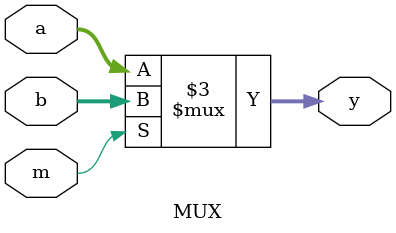
<source format=v>
`timescale 1ns / 1ps


module MUX
#(parameter WIDTH = 32)
(
    input m,
    input [WIDTH-1:0] a,b,
    output reg [WIDTH-1:0] y    
);
always @(*)
    if(m)
        y=b;
    else
        y=a;
endmodule

</source>
